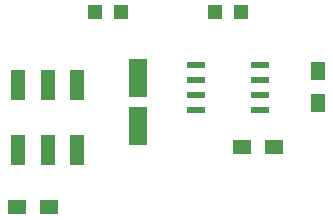
<source format=gtp>
G04 #@! TF.FileFunction,Paste,Top*
%FSLAX46Y46*%
G04 Gerber Fmt 4.6, Leading zero omitted, Abs format (unit mm)*
G04 Created by KiCad (PCBNEW 4.0.6) date 05/11/17 00:54:59*
%MOMM*%
%LPD*%
G01*
G04 APERTURE LIST*
%ADD10C,0.100000*%
%ADD11R,1.500000X3.200000*%
%ADD12R,1.200000X1.200000*%
%ADD13R,1.500000X1.300000*%
%ADD14R,1.300000X1.500000*%
%ADD15R,1.550000X0.600000*%
%ADD16R,1.200000X2.500000*%
G04 APERTURE END LIST*
D10*
D11*
X146050000Y-102330000D03*
X146050000Y-98330000D03*
D12*
X152570000Y-92710000D03*
X154770000Y-92710000D03*
X142410000Y-92710000D03*
X144610000Y-92710000D03*
D13*
X154860000Y-104140000D03*
X157560000Y-104140000D03*
D14*
X161290000Y-97710000D03*
X161290000Y-100410000D03*
D13*
X138510000Y-109220000D03*
X135810000Y-109220000D03*
D15*
X150970000Y-97155000D03*
X150970000Y-98425000D03*
X150970000Y-99695000D03*
X150970000Y-100965000D03*
X156370000Y-100965000D03*
X156370000Y-99695000D03*
X156370000Y-98425000D03*
X156370000Y-97155000D03*
D16*
X138430000Y-98850000D03*
X140930000Y-98850000D03*
X135930000Y-98850000D03*
X140930000Y-104350000D03*
X138430000Y-104350000D03*
X135930000Y-104350000D03*
M02*

</source>
